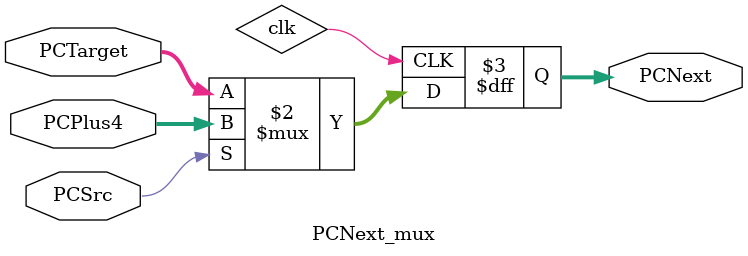
<source format=sv>
module PCNext_mux(
    input logic [31:0] PCPlus4,
    input logic [31:0] PCTarget,
    input logic PCSrc,
    output logic [31:0] PCNext
);

always_ff @(posedge clk) begin
    PCNext = PCSrc ? PCPlus4 : PCTarget;
end

endmodule

</source>
